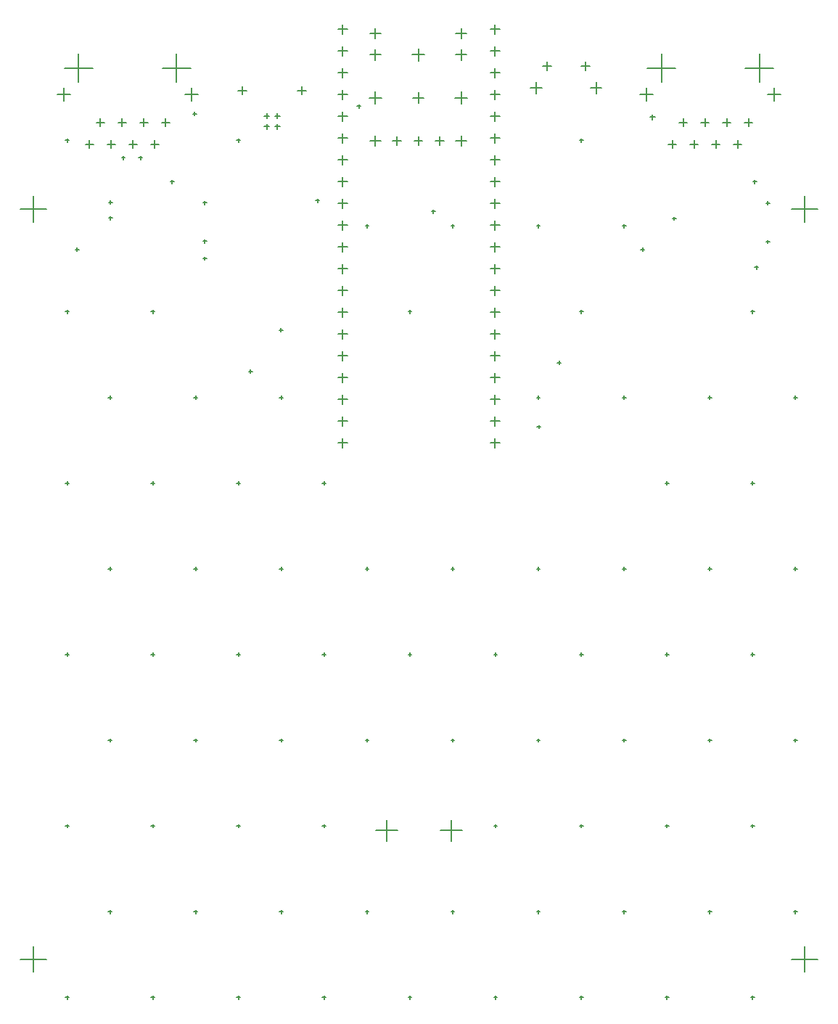
<source format=gbr>
%TF.GenerationSoftware,Altium Limited,Altium Designer,22.10.1 (41)*%
G04 Layer_Color=128*
%FSLAX45Y45*%
%MOMM*%
%TF.SameCoordinates,CC01BCFA-2ECF-4BF2-A349-93AF2CE8EC74*%
%TF.FilePolarity,Positive*%
%TF.FileFunction,Drillmap*%
%TF.Part,Single*%
G01*
G75*
%TA.AperFunction,NonConductor*%
%ADD52C,0.12700*%
D52*
X250000Y2500000D02*
X500000D01*
X375000Y2375000D02*
Y2625000D01*
X-500000Y2500000D02*
X-250000D01*
X-375000Y2375000D02*
Y2625000D01*
X1303500Y11164999D02*
X1433500D01*
X1368500Y11099999D02*
Y11229999D01*
X2003500Y11164999D02*
X2133500D01*
X2068500Y11099999D02*
Y11229999D01*
X1443500Y11419999D02*
X1543500D01*
X1493500Y11369999D02*
Y11469999D01*
X1893500Y11419999D02*
X1993500D01*
X1943500Y11369999D02*
Y11469999D01*
X-568000Y11800000D02*
X-448000D01*
X-508000Y11740000D02*
Y11860000D01*
X-568000Y11550000D02*
X-448000D01*
X-508000Y11490000D02*
Y11610000D01*
X432000Y11800000D02*
X552000D01*
X492000Y11740000D02*
Y11860000D01*
X432000Y11550000D02*
X552000D01*
X492000Y11490000D02*
Y11610000D01*
X-68000Y11050000D02*
X52000D01*
X-8000Y10990000D02*
Y11110000D01*
X-568000Y10550000D02*
X-448000D01*
X-508000Y10490000D02*
Y10610000D01*
X432000Y10550000D02*
X552000D01*
X492000Y10490000D02*
Y10610000D01*
X-78000Y11550000D02*
X62000D01*
X-8000Y11480000D02*
Y11620000D01*
X192000Y10550000D02*
X292000D01*
X242000Y10500000D02*
Y10600000D01*
X-58000Y10550000D02*
X42000D01*
X-8000Y10500000D02*
Y10600000D01*
X-308000Y10550000D02*
X-208000D01*
X-258000Y10500000D02*
Y10600000D01*
X-578000Y11050000D02*
X-438000D01*
X-508000Y10980000D02*
Y11120000D01*
X422000Y11050000D02*
X562000D01*
X492000Y10980000D02*
Y11120000D01*
X-2991500Y11396100D02*
X-2665500D01*
X-2828500Y11233100D02*
Y11559100D01*
X-4134500Y11396100D02*
X-3808500D01*
X-3971500Y11233100D02*
Y11559100D01*
X-4219000Y11091100D02*
X-4069000D01*
X-4144000Y11016100D02*
Y11166100D01*
X-2731000Y11091100D02*
X-2581000D01*
X-2656000Y11016100D02*
Y11166100D01*
X-3889000Y10507100D02*
X-3800000D01*
X-3844500Y10462600D02*
Y10551600D01*
X-3762000Y10761100D02*
X-3673000D01*
X-3717500Y10716600D02*
Y10805600D01*
X-3635000Y10507100D02*
X-3546000D01*
X-3590500Y10462600D02*
Y10551600D01*
X-3508000Y10761100D02*
X-3419000D01*
X-3463500Y10716600D02*
Y10805600D01*
X-3381000Y10507100D02*
X-3292000D01*
X-3336500Y10462600D02*
Y10551600D01*
X-3254000Y10761100D02*
X-3165000D01*
X-3209500Y10716600D02*
Y10805600D01*
X-3127000Y10507100D02*
X-3038000D01*
X-3082500Y10462600D02*
Y10551600D01*
X-3000000Y10761100D02*
X-2911000D01*
X-2955500Y10716600D02*
Y10805600D01*
X3808500Y11396100D02*
X4134500D01*
X3971500Y11233100D02*
Y11559100D01*
X2665500Y11396100D02*
X2991500D01*
X2828500Y11233100D02*
Y11559100D01*
X2581000Y11091100D02*
X2731000D01*
X2656000Y11016100D02*
Y11166100D01*
X4069000Y11091100D02*
X4219000D01*
X4144000Y11016100D02*
Y11166100D01*
X2911000Y10507100D02*
X3000000D01*
X2955500Y10462600D02*
Y10551600D01*
X3038000Y10761100D02*
X3127000D01*
X3082500Y10716600D02*
Y10805600D01*
X3165000Y10507100D02*
X3254000D01*
X3209500Y10462600D02*
Y10551600D01*
X3292000Y10761100D02*
X3381000D01*
X3336500Y10716600D02*
Y10805600D01*
X3419000Y10507100D02*
X3508000D01*
X3463500Y10462600D02*
Y10551600D01*
X3546000Y10761100D02*
X3635000D01*
X3590500Y10716600D02*
Y10805600D01*
X3673000Y10507100D02*
X3762000D01*
X3717500Y10462600D02*
Y10551600D01*
X3800000Y10761100D02*
X3889000D01*
X3844500Y10716600D02*
Y10805600D01*
X-1684500Y10715001D02*
X-1624500D01*
X-1654500Y10685001D02*
Y10745001D01*
X-1804500Y10715001D02*
X-1744500D01*
X-1774500Y10685001D02*
Y10745001D01*
X-1804500Y10835001D02*
X-1744500D01*
X-1774500Y10805001D02*
Y10865001D01*
X-1684500Y10835001D02*
X-1624500D01*
X-1654500Y10805001D02*
Y10865001D01*
X-1414500Y11135001D02*
X-1314500D01*
X-1364500Y11085001D02*
Y11185001D01*
X-2114500Y11135001D02*
X-2014500D01*
X-2064500Y11085001D02*
Y11185001D01*
X-4650000Y1000000D02*
X-4350000D01*
X-4500000Y850000D02*
Y1150000D01*
X4350000Y1000000D02*
X4650000D01*
X4500000Y850000D02*
Y1150000D01*
X4350000Y9750000D02*
X4650000D01*
X4500000Y9600000D02*
Y9900000D01*
X-4650000Y9750000D02*
X-4350000D01*
X-4500000Y9600000D02*
Y9900000D01*
X-941000Y11846500D02*
X-837000D01*
X-889000Y11794500D02*
Y11898500D01*
X-941000Y11592500D02*
X-837000D01*
X-889000Y11540500D02*
Y11644500D01*
X-941000Y11338500D02*
X-837000D01*
X-889000Y11286500D02*
Y11390500D01*
X-941000Y11084500D02*
X-837000D01*
X-889000Y11032500D02*
Y11136500D01*
X-941000Y10830500D02*
X-837000D01*
X-889000Y10778500D02*
Y10882500D01*
X-941000Y10576500D02*
X-837000D01*
X-889000Y10524500D02*
Y10628500D01*
X-941000Y10322500D02*
X-837000D01*
X-889000Y10270500D02*
Y10374500D01*
X-941000Y10068500D02*
X-837000D01*
X-889000Y10016500D02*
Y10120500D01*
X-941000Y9814500D02*
X-837000D01*
X-889000Y9762500D02*
Y9866500D01*
X-941000Y9560500D02*
X-837000D01*
X-889000Y9508500D02*
Y9612500D01*
X-941000Y9306500D02*
X-837000D01*
X-889000Y9254500D02*
Y9358500D01*
X-941000Y9052500D02*
X-837000D01*
X-889000Y9000500D02*
Y9104500D01*
X-941000Y8798500D02*
X-837000D01*
X-889000Y8746500D02*
Y8850500D01*
X-941000Y8544500D02*
X-837000D01*
X-889000Y8492500D02*
Y8596500D01*
X-941000Y8290500D02*
X-837000D01*
X-889000Y8238500D02*
Y8342500D01*
X-941000Y8036500D02*
X-837000D01*
X-889000Y7984500D02*
Y8088500D01*
X-941000Y7782500D02*
X-837000D01*
X-889000Y7730500D02*
Y7834500D01*
X-941000Y7528500D02*
X-837000D01*
X-889000Y7476500D02*
Y7580500D01*
X-941000Y7274500D02*
X-837000D01*
X-889000Y7222500D02*
Y7326500D01*
X-941000Y7020500D02*
X-837000D01*
X-889000Y6968500D02*
Y7072500D01*
X837000Y7020500D02*
X941000D01*
X889000Y6968500D02*
Y7072500D01*
X837000Y7274500D02*
X941000D01*
X889000Y7222500D02*
Y7326500D01*
X837000Y7528500D02*
X941000D01*
X889000Y7476500D02*
Y7580500D01*
X837000Y7782500D02*
X941000D01*
X889000Y7730500D02*
Y7834500D01*
X837000Y8036500D02*
X941000D01*
X889000Y7984500D02*
Y8088500D01*
X837000Y8290500D02*
X941000D01*
X889000Y8238500D02*
Y8342500D01*
X837000Y8544500D02*
X941000D01*
X889000Y8492500D02*
Y8596500D01*
X837000Y8798500D02*
X941000D01*
X889000Y8746500D02*
Y8850500D01*
X837000Y9052500D02*
X941000D01*
X889000Y9000500D02*
Y9104500D01*
X837000Y9306500D02*
X941000D01*
X889000Y9254500D02*
Y9358500D01*
X837000Y9560500D02*
X941000D01*
X889000Y9508500D02*
Y9612500D01*
X837000Y9814500D02*
X941000D01*
X889000Y9762500D02*
Y9866500D01*
X837000Y10068500D02*
X941000D01*
X889000Y10016500D02*
Y10120500D01*
X837000Y10322500D02*
X941000D01*
X889000Y10270500D02*
Y10374500D01*
X837000Y10576500D02*
X941000D01*
X889000Y10524500D02*
Y10628500D01*
X837000Y10830500D02*
X941000D01*
X889000Y10778500D02*
Y10882500D01*
X837000Y11084500D02*
X941000D01*
X889000Y11032500D02*
Y11136500D01*
X837000Y11338500D02*
X941000D01*
X889000Y11286500D02*
Y11390500D01*
X837000Y11592500D02*
X941000D01*
X889000Y11540500D02*
Y11644500D01*
X837000Y11846500D02*
X941000D01*
X889000Y11794500D02*
Y11898500D01*
X147300Y9722700D02*
X187300D01*
X167300Y9702700D02*
Y9742700D01*
X-2636280Y10863720D02*
X-2596280D01*
X-2616280Y10843720D02*
Y10883720D01*
X-3620000Y9830000D02*
X-3580000D01*
X-3600000Y9810000D02*
Y9850000D01*
X-1202700Y9850000D02*
X-1162700D01*
X-1182700Y9830000D02*
Y9870000D01*
X1615000Y7960000D02*
X1655000D01*
X1635000Y7940000D02*
Y7980000D01*
X1380000Y7210000D02*
X1420000D01*
X1400000Y7190000D02*
Y7230000D01*
X-1985000Y7857500D02*
X-1945000D01*
X-1965000Y7837500D02*
Y7877500D01*
X-1630000Y8340000D02*
X-1590000D01*
X-1610000Y8320000D02*
Y8360000D01*
X3874000Y8553500D02*
X3914000D01*
X3894000Y8533500D02*
Y8573500D01*
X4374000Y7553500D02*
X4414000D01*
X4394000Y7533500D02*
Y7573500D01*
X3874000Y6553500D02*
X3914000D01*
X3894000Y6533500D02*
Y6573500D01*
X4374000Y5553500D02*
X4414000D01*
X4394000Y5533500D02*
Y5573500D01*
X3874000Y4553500D02*
X3914000D01*
X3894000Y4533500D02*
Y4573500D01*
X4374000Y3553500D02*
X4414000D01*
X4394000Y3533500D02*
Y3573500D01*
X3874000Y2553500D02*
X3914000D01*
X3894000Y2533500D02*
Y2573500D01*
X4374000Y1553500D02*
X4414000D01*
X4394000Y1533500D02*
Y1573500D01*
X3874000Y553500D02*
X3914000D01*
X3894000Y533500D02*
Y573500D01*
X3374000Y7553500D02*
X3414000D01*
X3394000Y7533500D02*
Y7573500D01*
X2874000Y6553500D02*
X2914000D01*
X2894000Y6533500D02*
Y6573500D01*
X3374000Y5553500D02*
X3414000D01*
X3394000Y5533500D02*
Y5573500D01*
X2874000Y4553500D02*
X2914000D01*
X2894000Y4533500D02*
Y4573500D01*
X3374000Y3553500D02*
X3414000D01*
X3394000Y3533500D02*
Y3573500D01*
X2874000Y2553500D02*
X2914000D01*
X2894000Y2533500D02*
Y2573500D01*
X3374000Y1553500D02*
X3414000D01*
X3394000Y1533500D02*
Y1573500D01*
X2874000Y553500D02*
X2914000D01*
X2894000Y533500D02*
Y573500D01*
X1874000Y10553500D02*
X1914000D01*
X1894000Y10533500D02*
Y10573500D01*
X2374000Y9553500D02*
X2414000D01*
X2394000Y9533500D02*
Y9573500D01*
X1874000Y8553500D02*
X1914000D01*
X1894000Y8533500D02*
Y8573500D01*
X2374000Y7553500D02*
X2414000D01*
X2394000Y7533500D02*
Y7573500D01*
X2374000Y5553500D02*
X2414000D01*
X2394000Y5533500D02*
Y5573500D01*
X1874000Y4553500D02*
X1914000D01*
X1894000Y4533500D02*
Y4573500D01*
X2374000Y3553500D02*
X2414000D01*
X2394000Y3533500D02*
Y3573500D01*
X1874000Y2553500D02*
X1914000D01*
X1894000Y2533500D02*
Y2573500D01*
X2374000Y1553500D02*
X2414000D01*
X2394000Y1533500D02*
Y1573500D01*
X1874000Y553500D02*
X1914000D01*
X1894000Y533500D02*
Y573500D01*
X1374000Y9553500D02*
X1414000D01*
X1394000Y9533500D02*
Y9573500D01*
X1374000Y7553500D02*
X1414000D01*
X1394000Y7533500D02*
Y7573500D01*
X1374000Y5553500D02*
X1414000D01*
X1394000Y5533500D02*
Y5573500D01*
X874000Y4553500D02*
X914000D01*
X894000Y4533500D02*
Y4573500D01*
X1374000Y3553500D02*
X1414000D01*
X1394000Y3533500D02*
Y3573500D01*
X874000Y2553500D02*
X914000D01*
X894000Y2533500D02*
Y2573500D01*
X1374000Y1553500D02*
X1414000D01*
X1394000Y1533500D02*
Y1573500D01*
X874000Y553500D02*
X914000D01*
X894000Y533500D02*
Y573500D01*
X374000Y9553500D02*
X414000D01*
X394000Y9533500D02*
Y9573500D01*
X-126000Y8553500D02*
X-86000D01*
X-106000Y8533500D02*
Y8573500D01*
X374000Y5553500D02*
X414000D01*
X394000Y5533500D02*
Y5573500D01*
X-126000Y4553500D02*
X-86000D01*
X-106000Y4533500D02*
Y4573500D01*
X374000Y3553500D02*
X414000D01*
X394000Y3533500D02*
Y3573500D01*
X374000Y1553500D02*
X414000D01*
X394000Y1533500D02*
Y1573500D01*
X-126000Y553500D02*
X-86000D01*
X-106000Y533500D02*
Y573500D01*
X-626000Y9553500D02*
X-586000D01*
X-606000Y9533500D02*
Y9573500D01*
X-1126000Y6553500D02*
X-1086000D01*
X-1106000Y6533500D02*
Y6573500D01*
X-626000Y5553500D02*
X-586000D01*
X-606000Y5533500D02*
Y5573500D01*
X-1126000Y4553500D02*
X-1086000D01*
X-1106000Y4533500D02*
Y4573500D01*
X-626000Y3553500D02*
X-586000D01*
X-606000Y3533500D02*
Y3573500D01*
X-1126000Y2553500D02*
X-1086000D01*
X-1106000Y2533500D02*
Y2573500D01*
X-626000Y1553500D02*
X-586000D01*
X-606000Y1533500D02*
Y1573500D01*
X-1126000Y553500D02*
X-1086000D01*
X-1106000Y533500D02*
Y573500D01*
X-2126000Y10553500D02*
X-2086000D01*
X-2106000Y10533500D02*
Y10573500D01*
X-1626000Y7553500D02*
X-1586000D01*
X-1606000Y7533500D02*
Y7573500D01*
X-2126000Y6553500D02*
X-2086000D01*
X-2106000Y6533500D02*
Y6573500D01*
X-1626000Y5553500D02*
X-1586000D01*
X-1606000Y5533500D02*
Y5573500D01*
X-2126000Y4553500D02*
X-2086000D01*
X-2106000Y4533500D02*
Y4573500D01*
X-1626000Y3553500D02*
X-1586000D01*
X-1606000Y3533500D02*
Y3573500D01*
X-2126000Y2553500D02*
X-2086000D01*
X-2106000Y2533500D02*
Y2573500D01*
X-1626000Y1553500D02*
X-1586000D01*
X-1606000Y1533500D02*
Y1573500D01*
X-2126000Y553500D02*
X-2086000D01*
X-2106000Y533500D02*
Y573500D01*
X-3126000Y8553500D02*
X-3086000D01*
X-3106000Y8533500D02*
Y8573500D01*
X-2626000Y7553500D02*
X-2586000D01*
X-2606000Y7533500D02*
Y7573500D01*
X-3126000Y6553500D02*
X-3086000D01*
X-3106000Y6533500D02*
Y6573500D01*
X-2626000Y5553500D02*
X-2586000D01*
X-2606000Y5533500D02*
Y5573500D01*
X-3126000Y4553500D02*
X-3086000D01*
X-3106000Y4533500D02*
Y4573500D01*
X-2626000Y3553500D02*
X-2586000D01*
X-2606000Y3533500D02*
Y3573500D01*
X-3126000Y2553500D02*
X-3086000D01*
X-3106000Y2533500D02*
Y2573500D01*
X-2626000Y1553500D02*
X-2586000D01*
X-2606000Y1533500D02*
Y1573500D01*
X-3126000Y553500D02*
X-3086000D01*
X-3106000Y533500D02*
Y573500D01*
X-4126000Y10553500D02*
X-4086000D01*
X-4106000Y10533500D02*
Y10573500D01*
X-4126000Y8553500D02*
X-4086000D01*
X-4106000Y8533500D02*
Y8573500D01*
X-3626000Y7553500D02*
X-3586000D01*
X-3606000Y7533500D02*
Y7573500D01*
X-4126000Y6553500D02*
X-4086000D01*
X-4106000Y6533500D02*
Y6573500D01*
X-3626000Y5553500D02*
X-3586000D01*
X-3606000Y5533500D02*
Y5573500D01*
X-4126000Y4553500D02*
X-4086000D01*
X-4106000Y4533500D02*
Y4573500D01*
X-3626000Y3553500D02*
X-3586000D01*
X-3606000Y3533500D02*
Y3573500D01*
X-4126000Y2553500D02*
X-4086000D01*
X-4106000Y2533500D02*
Y2573500D01*
X-3626000Y1553500D02*
X-3586000D01*
X-3606000Y1533500D02*
Y1573500D01*
X-4126000Y553500D02*
X-4086000D01*
X-4106000Y533500D02*
Y573500D01*
X-3470000Y10350000D02*
X-3430000D01*
X-3450000Y10330000D02*
Y10370000D01*
X-3270000Y10350000D02*
X-3230000D01*
X-3250000Y10330000D02*
Y10370000D01*
X-720000Y10950000D02*
X-680000D01*
X-700000Y10930000D02*
Y10970000D01*
X2695000Y10825000D02*
X2755000D01*
X2725000Y10795000D02*
Y10855000D01*
X-2520000Y9175000D02*
X-2480000D01*
X-2500000Y9155000D02*
Y9195000D01*
X-2520000Y9375000D02*
X-2480000D01*
X-2500000Y9355000D02*
Y9395000D01*
X-2520000Y9825000D02*
X-2480000D01*
X-2500000Y9805000D02*
Y9845000D01*
X-4010000Y9280000D02*
X-3970000D01*
X-3990000Y9260000D02*
Y9300000D01*
X2960000Y9640000D02*
X3000000D01*
X2980000Y9620000D02*
Y9660000D01*
X2590000Y9280000D02*
X2630000D01*
X2610000Y9260000D02*
Y9300000D01*
X4050000Y9820000D02*
X4090000D01*
X4070000Y9800000D02*
Y9840000D01*
X4050000Y9370000D02*
X4090000D01*
X4070000Y9350000D02*
Y9390000D01*
X3920000Y9070000D02*
X3960000D01*
X3940000Y9050000D02*
Y9090000D01*
X3900199Y10070199D02*
X3940199D01*
X3920199Y10050199D02*
Y10090199D01*
X-2900000Y10070000D02*
X-2860000D01*
X-2880000Y10050000D02*
Y10090000D01*
X-3620691Y9645000D02*
X-3580691D01*
X-3600691Y9625000D02*
Y9665000D01*
%TF.MD5,a40d768868b8cc521fb733d243f8f1e2*%
M02*

</source>
